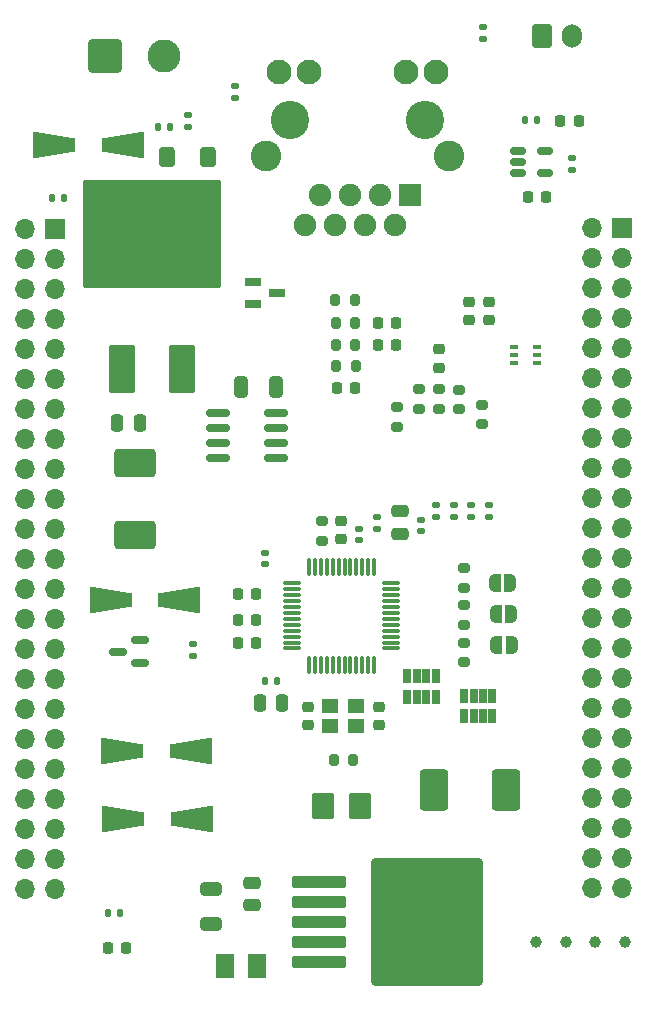
<source format=gbr>
%TF.GenerationSoftware,KiCad,Pcbnew,8.0.8*%
%TF.CreationDate,2025-05-06T17:48:01+03:00*%
%TF.ProjectId,s0-base-board,73302d62-6173-4652-9d62-6f6172642e6b,rev?*%
%TF.SameCoordinates,Original*%
%TF.FileFunction,Soldermask,Top*%
%TF.FilePolarity,Negative*%
%FSLAX46Y46*%
G04 Gerber Fmt 4.6, Leading zero omitted, Abs format (unit mm)*
G04 Created by KiCad (PCBNEW 8.0.8) date 2025-05-06 17:48:01*
%MOMM*%
%LPD*%
G01*
G04 APERTURE LIST*
G04 Aperture macros list*
%AMRoundRect*
0 Rectangle with rounded corners*
0 $1 Rounding radius*
0 $2 $3 $4 $5 $6 $7 $8 $9 X,Y pos of 4 corners*
0 Add a 4 corners polygon primitive as box body*
4,1,4,$2,$3,$4,$5,$6,$7,$8,$9,$2,$3,0*
0 Add four circle primitives for the rounded corners*
1,1,$1+$1,$2,$3*
1,1,$1+$1,$4,$5*
1,1,$1+$1,$6,$7*
1,1,$1+$1,$8,$9*
0 Add four rect primitives between the rounded corners*
20,1,$1+$1,$2,$3,$4,$5,0*
20,1,$1+$1,$4,$5,$6,$7,0*
20,1,$1+$1,$6,$7,$8,$9,0*
20,1,$1+$1,$8,$9,$2,$3,0*%
%AMOutline4P*
0 Free polygon, 4 corners , with rotation*
0 The origin of the aperture is its center*
0 number of corners: always 4*
0 $1 to $8 corner X, Y*
0 $9 Rotation angle, in degrees counterclockwise*
0 create outline with 4 corners*
4,1,4,$1,$2,$3,$4,$5,$6,$7,$8,$1,$2,$9*%
%AMFreePoly0*
4,1,19,0.500000,-0.750000,0.000000,-0.750000,0.000000,-0.744911,-0.071157,-0.744911,-0.207708,-0.704816,-0.327430,-0.627875,-0.420627,-0.520320,-0.479746,-0.390866,-0.500000,-0.250000,-0.500000,0.250000,-0.479746,0.390866,-0.420627,0.520320,-0.327430,0.627875,-0.207708,0.704816,-0.071157,0.744911,0.000000,0.744911,0.000000,0.750000,0.500000,0.750000,0.500000,-0.750000,0.500000,-0.750000,
$1*%
%AMFreePoly1*
4,1,19,0.000000,0.744911,0.071157,0.744911,0.207708,0.704816,0.327430,0.627875,0.420627,0.520320,0.479746,0.390866,0.500000,0.250000,0.500000,-0.250000,0.479746,-0.390866,0.420627,-0.520320,0.327430,-0.627875,0.207708,-0.704816,0.071157,-0.744911,0.000000,-0.744911,0.000000,-0.750000,-0.500000,-0.750000,-0.500000,0.750000,0.000000,0.750000,0.000000,0.744911,0.000000,0.744911,
$1*%
G04 Aperture macros list end*
%ADD10C,0.010000*%
%ADD11RoundRect,0.250000X-0.925000X-1.500000X0.925000X-1.500000X0.925000X1.500000X-0.925000X1.500000X0*%
%ADD12RoundRect,0.250000X-0.325000X-0.650000X0.325000X-0.650000X0.325000X0.650000X-0.325000X0.650000X0*%
%ADD13Outline4P,-1.800000X-1.150000X1.800000X-0.550000X1.800000X0.550000X-1.800000X1.150000X0.000000*%
%ADD14Outline4P,-1.800000X-1.150000X1.800000X-0.550000X1.800000X0.550000X-1.800000X1.150000X180.000000*%
%ADD15C,1.000000*%
%ADD16R,1.700000X1.700000*%
%ADD17O,1.700000X1.700000*%
%ADD18R,1.400000X1.200000*%
%ADD19RoundRect,0.250000X1.500000X-0.925000X1.500000X0.925000X-1.500000X0.925000X-1.500000X-0.925000X0*%
%ADD20RoundRect,0.075000X-0.075000X0.662500X-0.075000X-0.662500X0.075000X-0.662500X0.075000X0.662500X0*%
%ADD21RoundRect,0.075000X-0.662500X0.075000X-0.662500X-0.075000X0.662500X-0.075000X0.662500X0.075000X0*%
%ADD22RoundRect,0.200000X0.200000X0.275000X-0.200000X0.275000X-0.200000X-0.275000X0.200000X-0.275000X0*%
%ADD23RoundRect,0.250000X-0.600000X-0.750000X0.600000X-0.750000X0.600000X0.750000X-0.600000X0.750000X0*%
%ADD24O,1.700000X2.000000*%
%ADD25RoundRect,0.225000X0.250000X-0.225000X0.250000X0.225000X-0.250000X0.225000X-0.250000X-0.225000X0*%
%ADD26RoundRect,0.200000X-0.275000X0.200000X-0.275000X-0.200000X0.275000X-0.200000X0.275000X0.200000X0*%
%ADD27RoundRect,0.150000X-0.512500X-0.150000X0.512500X-0.150000X0.512500X0.150000X-0.512500X0.150000X0*%
%ADD28RoundRect,0.135000X-0.135000X-0.185000X0.135000X-0.185000X0.135000X0.185000X-0.135000X0.185000X0*%
%ADD29RoundRect,0.091750X0.275250X-0.495250X0.275250X0.495250X-0.275250X0.495250X-0.275250X-0.495250X0*%
%ADD30RoundRect,0.225000X0.225000X0.250000X-0.225000X0.250000X-0.225000X-0.250000X0.225000X-0.250000X0*%
%ADD31RoundRect,0.135000X-0.185000X0.135000X-0.185000X-0.135000X0.185000X-0.135000X0.185000X0.135000X0*%
%ADD32RoundRect,0.102000X1.040000X-1.905000X1.040000X1.905000X-1.040000X1.905000X-1.040000X-1.905000X0*%
%ADD33RoundRect,0.102000X5.715000X-4.445000X5.715000X4.445000X-5.715000X4.445000X-5.715000X-4.445000X0*%
%ADD34FreePoly0,180.000000*%
%ADD35FreePoly1,180.000000*%
%ADD36RoundRect,0.250000X-2.050000X-0.300000X2.050000X-0.300000X2.050000X0.300000X-2.050000X0.300000X0*%
%ADD37RoundRect,0.250002X-4.449998X-5.149998X4.449998X-5.149998X4.449998X5.149998X-4.449998X5.149998X0*%
%ADD38RoundRect,0.200000X0.275000X-0.200000X0.275000X0.200000X-0.275000X0.200000X-0.275000X-0.200000X0*%
%ADD39RoundRect,0.250000X0.250000X0.475000X-0.250000X0.475000X-0.250000X-0.475000X0.250000X-0.475000X0*%
%ADD40RoundRect,0.218750X-0.256250X0.218750X-0.256250X-0.218750X0.256250X-0.218750X0.256250X0.218750X0*%
%ADD41RoundRect,0.140000X0.170000X-0.140000X0.170000X0.140000X-0.170000X0.140000X-0.170000X-0.140000X0*%
%ADD42RoundRect,0.135000X0.135000X0.185000X-0.135000X0.185000X-0.135000X-0.185000X0.135000X-0.185000X0*%
%ADD43RoundRect,0.225000X-0.250000X0.225000X-0.250000X-0.225000X0.250000X-0.225000X0.250000X0.225000X0*%
%ADD44RoundRect,0.250000X-0.475000X0.250000X-0.475000X-0.250000X0.475000X-0.250000X0.475000X0.250000X0*%
%ADD45RoundRect,0.150000X0.587500X0.150000X-0.587500X0.150000X-0.587500X-0.150000X0.587500X-0.150000X0*%
%ADD46RoundRect,0.150000X-0.825000X-0.150000X0.825000X-0.150000X0.825000X0.150000X-0.825000X0.150000X0*%
%ADD47RoundRect,0.102000X-0.700000X-0.910000X0.700000X-0.910000X0.700000X0.910000X-0.700000X0.910000X0*%
%ADD48C,3.250000*%
%ADD49R,1.900000X1.900000*%
%ADD50C,1.900000*%
%ADD51C,2.100000*%
%ADD52C,2.600000*%
%ADD53RoundRect,0.102000X-0.825000X-1.015000X0.825000X-1.015000X0.825000X1.015000X-0.825000X1.015000X0*%
%ADD54RoundRect,0.250000X0.650000X-0.325000X0.650000X0.325000X-0.650000X0.325000X-0.650000X-0.325000X0*%
%ADD55RoundRect,0.140000X0.140000X0.170000X-0.140000X0.170000X-0.140000X-0.170000X0.140000X-0.170000X0*%
%ADD56RoundRect,0.135000X0.185000X-0.135000X0.185000X0.135000X-0.185000X0.135000X-0.185000X-0.135000X0*%
%ADD57RoundRect,0.250000X0.475000X-0.250000X0.475000X0.250000X-0.475000X0.250000X-0.475000X-0.250000X0*%
%ADD58RoundRect,0.100000X-0.225000X-0.100000X0.225000X-0.100000X0.225000X0.100000X-0.225000X0.100000X0*%
%ADD59RoundRect,0.250001X-1.149999X-1.149999X1.149999X-1.149999X1.149999X1.149999X-1.149999X1.149999X0*%
%ADD60C,2.800000*%
%ADD61RoundRect,0.218750X-0.218750X-0.256250X0.218750X-0.256250X0.218750X0.256250X-0.218750X0.256250X0*%
%ADD62RoundRect,0.225000X-0.225000X-0.250000X0.225000X-0.250000X0.225000X0.250000X-0.225000X0.250000X0*%
%ADD63RoundRect,0.250000X0.400000X0.600000X-0.400000X0.600000X-0.400000X-0.600000X0.400000X-0.600000X0*%
%ADD64RoundRect,0.200000X-0.200000X-0.275000X0.200000X-0.275000X0.200000X0.275000X-0.200000X0.275000X0*%
G04 APERTURE END LIST*
D10*
%TO.C,Q2*%
X180125000Y-67350000D02*
X178875000Y-67350000D01*
X178875000Y-66750000D01*
X180125000Y-66750000D01*
X180125000Y-67350000D01*
G36*
X180125000Y-67350000D02*
G01*
X178875000Y-67350000D01*
X178875000Y-66750000D01*
X180125000Y-66750000D01*
X180125000Y-67350000D01*
G37*
X180125000Y-69250000D02*
X178875000Y-69250000D01*
X178875000Y-68650000D01*
X180125000Y-68650000D01*
X180125000Y-69250000D01*
G36*
X180125000Y-69250000D02*
G01*
X178875000Y-69250000D01*
X178875000Y-68650000D01*
X180125000Y-68650000D01*
X180125000Y-69250000D01*
G37*
X182125000Y-68300000D02*
X180875000Y-68300000D01*
X180875000Y-67700000D01*
X182125000Y-67700000D01*
X182125000Y-68300000D01*
G36*
X182125000Y-68300000D02*
G01*
X180875000Y-68300000D01*
X180875000Y-67700000D01*
X182125000Y-67700000D01*
X182125000Y-68300000D01*
G37*
%TD*%
D11*
%TO.C,L2*%
X194875000Y-110150000D03*
X200925000Y-110150000D03*
%TD*%
D12*
%TO.C,C6*%
X178525000Y-76000000D03*
X181475000Y-76000000D03*
%TD*%
D13*
%TO.C,D2*%
X167500000Y-94000000D03*
D14*
X173300000Y-94000000D03*
%TD*%
D15*
%TO.C,TP1*%
X208500000Y-123000000D03*
%TD*%
D16*
%TO.C,J5*%
X210800000Y-62560000D03*
D17*
X208260000Y-62560000D03*
X210800000Y-65100000D03*
X208260000Y-65100000D03*
X210800000Y-67640000D03*
X208260000Y-67640000D03*
X210800000Y-70180000D03*
X208260000Y-70180000D03*
X210800000Y-72720000D03*
X208260000Y-72720000D03*
X210800000Y-75260000D03*
X208260000Y-75260000D03*
X210800000Y-77800000D03*
X208260000Y-77800000D03*
X210800000Y-80340000D03*
X208260000Y-80340000D03*
X210800000Y-82880000D03*
X208260000Y-82880000D03*
X210800000Y-85420000D03*
X208260000Y-85420000D03*
X210800000Y-87960000D03*
X208260000Y-87960000D03*
X210800000Y-90500000D03*
X208260000Y-90500000D03*
X210800000Y-93040000D03*
X208260000Y-93040000D03*
X210800000Y-95580000D03*
X208260000Y-95580000D03*
X210800000Y-98120000D03*
X208260000Y-98120000D03*
X210800000Y-100660000D03*
X208260000Y-100660000D03*
X210800000Y-103200000D03*
X208260000Y-103200000D03*
X210800000Y-105740000D03*
X208260000Y-105740000D03*
X210800000Y-108280000D03*
X208260000Y-108280000D03*
X210800000Y-110820000D03*
X208260000Y-110820000D03*
X210800000Y-113360000D03*
X208260000Y-113360000D03*
X210800000Y-115900000D03*
X208260000Y-115900000D03*
X210800000Y-118440000D03*
X208260000Y-118440000D03*
%TD*%
D18*
%TO.C,Y1*%
X186050000Y-104700000D03*
X188250000Y-104700000D03*
X188250000Y-103000000D03*
X186050000Y-103000000D03*
%TD*%
D19*
%TO.C,L1*%
X169500000Y-88500000D03*
X169500000Y-82450000D03*
%TD*%
D20*
%TO.C,U4*%
X189775000Y-91212500D03*
X189275000Y-91212500D03*
X188775000Y-91212500D03*
X188275000Y-91212500D03*
X187775000Y-91212500D03*
X187275000Y-91212500D03*
X186775000Y-91212500D03*
X186275000Y-91212500D03*
X185775000Y-91212500D03*
X185275000Y-91212500D03*
X184775000Y-91212500D03*
X184275000Y-91212500D03*
D21*
X182862500Y-92625000D03*
X182862500Y-93125000D03*
X182862500Y-93625000D03*
X182862500Y-94125000D03*
X182862500Y-94625000D03*
X182862500Y-95125000D03*
X182862500Y-95625000D03*
X182862500Y-96125000D03*
X182862500Y-96625000D03*
X182862500Y-97125000D03*
X182862500Y-97625000D03*
X182862500Y-98125000D03*
D20*
X184275000Y-99537500D03*
X184775000Y-99537500D03*
X185275000Y-99537500D03*
X185775000Y-99537500D03*
X186275000Y-99537500D03*
X186775000Y-99537500D03*
X187275000Y-99537500D03*
X187775000Y-99537500D03*
X188275000Y-99537500D03*
X188775000Y-99537500D03*
X189275000Y-99537500D03*
X189775000Y-99537500D03*
D21*
X191187500Y-98125000D03*
X191187500Y-97625000D03*
X191187500Y-97125000D03*
X191187500Y-96625000D03*
X191187500Y-96125000D03*
X191187500Y-95625000D03*
X191187500Y-95125000D03*
X191187500Y-94625000D03*
X191187500Y-94125000D03*
X191187500Y-93625000D03*
X191187500Y-93125000D03*
X191187500Y-92625000D03*
%TD*%
D22*
%TO.C,R12*%
X188200000Y-72450000D03*
X186550000Y-72450000D03*
%TD*%
%TO.C,R15*%
X188200000Y-70550000D03*
X186550000Y-70550000D03*
%TD*%
D23*
%TO.C,J3*%
X204000000Y-46300000D03*
D24*
X206500000Y-46300000D03*
%TD*%
D25*
%TO.C,C11*%
X190175000Y-104625000D03*
X190175000Y-103075000D03*
%TD*%
D26*
%TO.C,R9*%
X185325000Y-87350000D03*
X185325000Y-89000000D03*
%TD*%
D27*
%TO.C,U1*%
X202000000Y-56000000D03*
X202000000Y-56950000D03*
X202000000Y-57900000D03*
X204275000Y-57900000D03*
X204275000Y-56000000D03*
%TD*%
D28*
%TO.C,R2*%
X171490000Y-54000000D03*
X172510000Y-54000000D03*
%TD*%
D29*
%TO.C,RN1*%
X192600000Y-102250000D03*
X193400000Y-102250000D03*
X194200000Y-102250000D03*
X195000000Y-102250000D03*
X195000000Y-100500000D03*
X194200000Y-100500000D03*
X193400000Y-100500000D03*
X192600000Y-100500000D03*
%TD*%
D30*
%TO.C,C15*%
X179800000Y-97675000D03*
X178250000Y-97675000D03*
%TD*%
%TO.C,C1*%
X204350000Y-59900000D03*
X202800000Y-59900000D03*
%TD*%
D31*
%TO.C,R21*%
X199000000Y-45490000D03*
X199000000Y-46510000D03*
%TD*%
D32*
%TO.C,Q3*%
X168460000Y-74485000D03*
D33*
X171000000Y-63055000D03*
D32*
X173540000Y-74485000D03*
%TD*%
D34*
%TO.C,JP3*%
X201425000Y-97875000D03*
D35*
X200125000Y-97875000D03*
%TD*%
D36*
%TO.C,U3*%
X185100000Y-117900000D03*
X185100000Y-119600000D03*
X185100000Y-121300000D03*
D37*
X194250000Y-121300000D03*
D36*
X185100000Y-123000000D03*
X185100000Y-124700000D03*
%TD*%
D38*
%TO.C,R6*%
X197425000Y-96100000D03*
X197425000Y-94450000D03*
%TD*%
D26*
%TO.C,R14*%
X191700000Y-77700000D03*
X191700000Y-79350000D03*
%TD*%
D31*
%TO.C,R3*%
X174000000Y-52990000D03*
X174000000Y-54010000D03*
%TD*%
D39*
%TO.C,C12*%
X182000000Y-102775000D03*
X180100000Y-102775000D03*
%TD*%
D38*
%TO.C,R18*%
X195300000Y-77850000D03*
X195300000Y-76200000D03*
%TD*%
D40*
%TO.C,L3*%
X187000000Y-87312500D03*
X187000000Y-88887500D03*
%TD*%
D22*
%TO.C,R10*%
X188225000Y-74250000D03*
X186575000Y-74250000D03*
%TD*%
D15*
%TO.C,TP4*%
X203500000Y-123000000D03*
%TD*%
D41*
%TO.C,C10*%
X180500000Y-90980000D03*
X180500000Y-90020000D03*
%TD*%
D28*
%TO.C,R22*%
X162480000Y-60000000D03*
X163500000Y-60000000D03*
%TD*%
D42*
%TO.C,R4*%
X203585000Y-53400000D03*
X202565000Y-53400000D03*
%TD*%
D38*
%TO.C,R17*%
X197000000Y-77875000D03*
X197000000Y-76225000D03*
%TD*%
D43*
%TO.C,C20*%
X195300000Y-72800000D03*
X195300000Y-74350000D03*
%TD*%
D25*
%TO.C,C3*%
X197800000Y-70325000D03*
X197800000Y-68775000D03*
%TD*%
D41*
%TO.C,C25*%
X198000000Y-86980000D03*
X198000000Y-86020000D03*
%TD*%
D15*
%TO.C,TP3*%
X211000000Y-123000000D03*
%TD*%
D16*
%TO.C,J6*%
X162800000Y-62610000D03*
D17*
X160260000Y-62610000D03*
X162800000Y-65150000D03*
X160260000Y-65150000D03*
X162800000Y-67690000D03*
X160260000Y-67690000D03*
X162800000Y-70230000D03*
X160260000Y-70230000D03*
X162800000Y-72770000D03*
X160260000Y-72770000D03*
X162800000Y-75310000D03*
X160260000Y-75310000D03*
X162800000Y-77850000D03*
X160260000Y-77850000D03*
X162800000Y-80390000D03*
X160260000Y-80390000D03*
X162800000Y-82930000D03*
X160260000Y-82930000D03*
X162800000Y-85470000D03*
X160260000Y-85470000D03*
X162800000Y-88010000D03*
X160260000Y-88010000D03*
X162800000Y-90550000D03*
X160260000Y-90550000D03*
X162800000Y-93090000D03*
X160260000Y-93090000D03*
X162800000Y-95630000D03*
X160260000Y-95630000D03*
X162800000Y-98170000D03*
X160260000Y-98170000D03*
X162800000Y-100710000D03*
X160260000Y-100710000D03*
X162800000Y-103250000D03*
X160260000Y-103250000D03*
X162800000Y-105790000D03*
X160260000Y-105790000D03*
X162800000Y-108330000D03*
X160260000Y-108330000D03*
X162800000Y-110870000D03*
X160260000Y-110870000D03*
X162800000Y-113410000D03*
X160260000Y-113410000D03*
X162800000Y-115950000D03*
X160260000Y-115950000D03*
X162800000Y-118490000D03*
X160260000Y-118490000D03*
%TD*%
D34*
%TO.C,JP2*%
X201375000Y-95175000D03*
D35*
X200075000Y-95175000D03*
%TD*%
D41*
%TO.C,C21*%
X193750000Y-88180000D03*
X193750000Y-87220000D03*
%TD*%
D44*
%TO.C,C5*%
X179450000Y-117950000D03*
X179450000Y-119850000D03*
%TD*%
D45*
%TO.C,Q1*%
X169950000Y-99340000D03*
X169950000Y-97440000D03*
X168075000Y-98390000D03*
%TD*%
D46*
%TO.C,U2*%
X176525000Y-78190000D03*
X176525000Y-79460000D03*
X176525000Y-80730000D03*
X176525000Y-82000000D03*
X181475000Y-82000000D03*
X181475000Y-80730000D03*
X181475000Y-79460000D03*
X181475000Y-78190000D03*
%TD*%
D38*
%TO.C,R7*%
X197425000Y-99300000D03*
X197425000Y-97650000D03*
%TD*%
D30*
%TO.C,C17*%
X179775000Y-95750000D03*
X178225000Y-95750000D03*
%TD*%
D47*
%TO.C,L5*%
X177140000Y-125000000D03*
X179860000Y-125000000D03*
%TD*%
D25*
%TO.C,C8*%
X184175000Y-104625000D03*
X184175000Y-103075000D03*
%TD*%
D48*
%TO.C,J4*%
X194090000Y-53360000D03*
X182660000Y-53360000D03*
D49*
X192820000Y-59710000D03*
D50*
X191550000Y-62250000D03*
X190280000Y-59710000D03*
X189010000Y-62250000D03*
X187740000Y-59710000D03*
X186470000Y-62250000D03*
X185200000Y-59710000D03*
X183930000Y-62250000D03*
D51*
X195000000Y-49300000D03*
X192460000Y-49300000D03*
X184290000Y-49300000D03*
X181750000Y-49300000D03*
D52*
X196120000Y-56410000D03*
X180630000Y-56410000D03*
%TD*%
D41*
%TO.C,C16*%
X190000000Y-87980000D03*
X190000000Y-87020000D03*
%TD*%
D53*
%TO.C,F1*%
X185410000Y-111500000D03*
X188590000Y-111500000D03*
%TD*%
D54*
%TO.C,C7*%
X176000000Y-121475000D03*
X176000000Y-118525000D03*
%TD*%
D41*
%TO.C,C26*%
X196500000Y-86980000D03*
X196500000Y-86020000D03*
%TD*%
D13*
%TO.C,D4*%
X168550000Y-112550000D03*
D14*
X174350000Y-112550000D03*
%TD*%
D31*
%TO.C,R20*%
X178000000Y-50490000D03*
X178000000Y-51510000D03*
%TD*%
D41*
%TO.C,C23*%
X199500000Y-86980000D03*
X199500000Y-86020000D03*
%TD*%
D55*
%TO.C,C14*%
X181530000Y-100875000D03*
X180570000Y-100875000D03*
%TD*%
D29*
%TO.C,RN2*%
X197400000Y-103875000D03*
X198200000Y-103875000D03*
X199000000Y-103875000D03*
X199800000Y-103875000D03*
X199800000Y-102125000D03*
X199000000Y-102125000D03*
X198200000Y-102125000D03*
X197400000Y-102125000D03*
%TD*%
D56*
%TO.C,R19*%
X174450000Y-98750000D03*
X174450000Y-97730000D03*
%TD*%
D57*
%TO.C,C13*%
X192000000Y-88400000D03*
X192000000Y-86500000D03*
%TD*%
D26*
%TO.C,R13*%
X198900000Y-77475000D03*
X198900000Y-79125000D03*
%TD*%
D13*
%TO.C,D3*%
X168450000Y-106800000D03*
D14*
X174250000Y-106800000D03*
%TD*%
D58*
%TO.C,U5*%
X201650000Y-72625000D03*
X201650000Y-73275000D03*
X201650000Y-73925000D03*
X203550000Y-73925000D03*
X203550000Y-73275000D03*
X203550000Y-72625000D03*
%TD*%
D41*
%TO.C,C24*%
X195000000Y-86980000D03*
X195000000Y-86020000D03*
%TD*%
D59*
%TO.C,J2*%
X167000000Y-48000000D03*
D60*
X172000000Y-48000000D03*
%TD*%
D61*
%TO.C,D1*%
X205550000Y-53500000D03*
X207125000Y-53500000D03*
%TD*%
D22*
%TO.C,R11*%
X188125000Y-68650000D03*
X186475000Y-68650000D03*
%TD*%
D26*
%TO.C,R5*%
X197425000Y-91350000D03*
X197425000Y-93000000D03*
%TD*%
D14*
%TO.C,D5*%
X168500000Y-55500000D03*
D13*
X162700000Y-55500000D03*
%TD*%
D62*
%TO.C,C22*%
X186625000Y-76050000D03*
X188175000Y-76050000D03*
%TD*%
D38*
%TO.C,R16*%
X193600000Y-77825000D03*
X193600000Y-76175000D03*
%TD*%
D56*
%TO.C,R1*%
X206575000Y-57610000D03*
X206575000Y-56590000D03*
%TD*%
D28*
%TO.C,R23*%
X167277500Y-120500000D03*
X168297500Y-120500000D03*
%TD*%
D41*
%TO.C,C9*%
X188500000Y-88965000D03*
X188500000Y-88005000D03*
%TD*%
D25*
%TO.C,C2*%
X199500000Y-70350000D03*
X199500000Y-68800000D03*
%TD*%
D62*
%TO.C,C18*%
X190100000Y-72450000D03*
X191650000Y-72450000D03*
%TD*%
D61*
%TO.C,L4*%
X178212500Y-93500000D03*
X179787500Y-93500000D03*
%TD*%
D34*
%TO.C,JP1*%
X201325000Y-92575000D03*
D35*
X200025000Y-92575000D03*
%TD*%
D61*
%TO.C,D7*%
X167212500Y-123500000D03*
X168787500Y-123500000D03*
%TD*%
D62*
%TO.C,C19*%
X190100000Y-70550000D03*
X191650000Y-70550000D03*
%TD*%
D15*
%TO.C,TP2*%
X206000000Y-123000000D03*
%TD*%
D63*
%TO.C,D6*%
X175750000Y-56500000D03*
X172250000Y-56500000D03*
%TD*%
D39*
%TO.C,C4*%
X169950000Y-79000000D03*
X168050000Y-79000000D03*
%TD*%
D64*
%TO.C,R8*%
X186350000Y-107550000D03*
X188000000Y-107550000D03*
%TD*%
M02*

</source>
